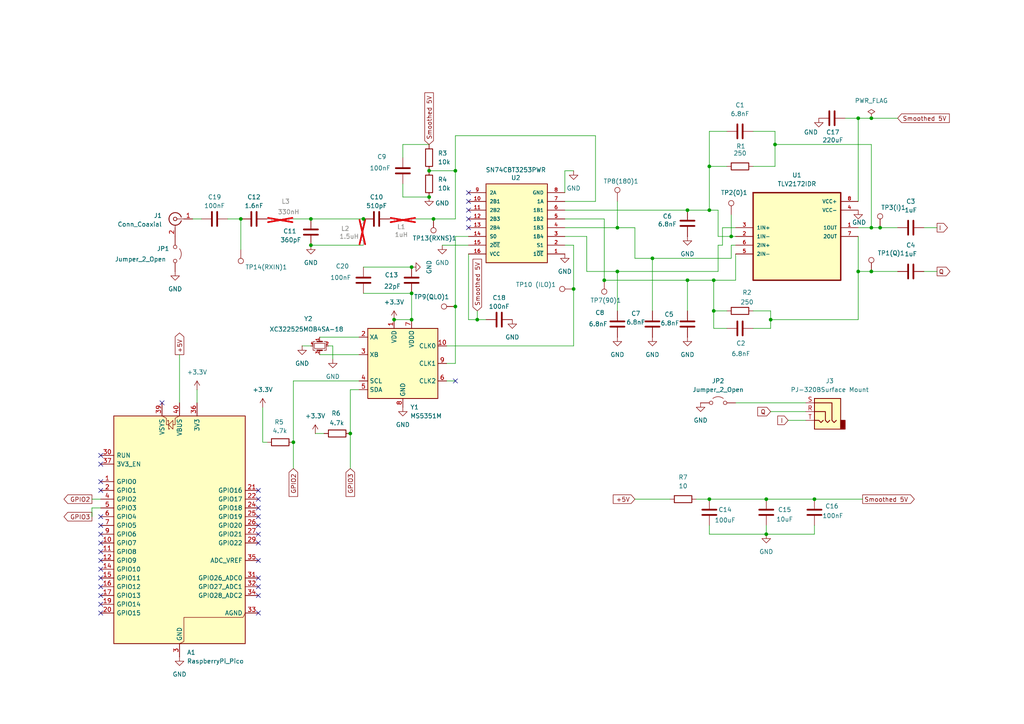
<source format=kicad_sch>
(kicad_sch (version 20250114) (generator "eeschema") (generator_version "9.0")
  (paper "A4")
  (lib_symbols
    (symbol "Connector:Conn_Coaxial" (pin_names (offset 1.016) (hide yes))
      (property "Reference" "J" (at 0.254 3.048 0))
      (property "Value" "Conn_Coaxial" (at 2.921 0 90))
      (symbol "Conn_Coaxial_0_1"
        (polyline (pts (xy -2.54 0) (xy -0.508 0)))
        (arc (start 1.778 0) (mid 0.222 -1.8079) (end -1.778 -0.508) (stroke (width 0.254)))
        (arc (start -1.778 0.508) (mid 0.2221 1.8084) (end 1.778 0) (stroke (width 0.254)))
        (circle (center 0 0) (radius 0.508) (stroke (width 0.2032)))
        (polyline (pts (xy 0 -2.54) (xy 0 -1.778)))
      )
      (symbol "Conn_Coaxial_1_1"
        (pin passive line (at -5.08 0 0) (length 2.54) (name "In") (number "1"))
        (pin passive line (at 0 -5.08 90) (length 2.54) (name "Ext") (number "2"))
      )
    )
    (symbol "Connector:TestPoint" (pin_numbers (hide yes)) (pin_names (offset 0.762) (hide yes))
      (property "Reference" "TP" (at 0 6.858 0))
      (property "Value" "TestPoint" (at 0 5.08 0))
      (symbol "TestPoint_0_1"
        (circle (center 0 3.302) (radius 0.762))
      )
      (symbol "TestPoint_1_1"
        (pin passive line (at 0 0 90) (length 2.54) (name "1") (number "1"))
      )
    )
    (symbol "Connector_Audio:AudioJack3"
      (property "Reference" "J" (at 0 8.89 0))
      (property "Value" "AudioJack3" (at 0 6.35 0))
      (symbol "AudioJack3_0_1"
        (rectangle (start -5.08 -5.08) (end -6.35 -2.54) (stroke (width 0.254)) (fill (type outline)))
        (polyline (pts (xy -1.905 -2.54) (xy -1.27 -3.175) (xy -0.635 -2.54) (xy -0.635 0) (xy 2.54 0)) (stroke (width 0.254)))
        (polyline (pts (xy 0 -2.54) (xy 0.635 -3.175) (xy 1.27 -2.54) (xy 2.54 -2.54)) (stroke (width 0.254)))
        (rectangle (start 2.54 3.81) (end -5.08 -5.08) (stroke (width 0.254)) (fill (type background)))
        (polyline (pts (xy 2.54 2.54) (xy -2.54 2.54) (xy -2.54 -2.54) (xy -3.175 -3.175) (xy -3.81 -2.54)) (stroke (width 0.254)))
      )
      (symbol "AudioJack3_1_1"
        (pin passive line (at 5.08 2.54 180) (length 2.54) (name "~") (number "S"))
        (pin passive line (at 5.08 0 180) (length 2.54) (name "~") (number "R"))
        (pin passive line (at 5.08 -2.54 180) (length 2.54) (name "~") (number "T"))
      )
    )
    (symbol "Device:C" (pin_numbers (hide yes)) (pin_names (offset 0.254))
      (property "Reference" "C" (at 0.635 2.54 0))
      (property "Value" "C" (at 0.635 -2.54 0))
      (symbol "C_0_1"
        (polyline (pts (xy -2.032 0.762) (xy 2.032 0.762)) (stroke (width 0.508)))
        (polyline (pts (xy -2.032 -0.762) (xy 2.032 -0.762)) (stroke (width 0.508)))
      )
      (symbol "C_1_1"
        (pin passive line (at 0 3.81 270) (length 2.794) (name "~") (number "1"))
        (pin passive line (at 0 -3.81 90) (length 2.794) (name "~") (number "2"))
      )
    )
    (symbol "Device:Crystal_GND24_Small" (pin_names (offset 1.016) (hide yes))
      (property "Reference" "Y" (at 1.27 4.445 0))
      (property "Value" "Crystal_GND24_Small" (at 1.27 2.54 0))
      (symbol "Crystal_GND24_Small_0_1"
        (polyline (pts (xy -1.27 1.27) (xy -1.27 1.905) (xy 1.27 1.905) (xy 1.27 1.27)))
        (polyline (pts (xy -1.27 -0.762) (xy -1.27 0.762)) (stroke (width 0.381)))
        (polyline (pts (xy -1.27 -1.27) (xy -1.27 -1.905) (xy 1.27 -1.905) (xy 1.27 -1.27)))
        (rectangle (start -0.762 -1.524) (end 0.762 1.524))
        (polyline (pts (xy 1.27 -0.762) (xy 1.27 0.762)) (stroke (width 0.381)))
      )
      (symbol "Crystal_GND24_Small_1_1"
        (pin passive line (at -2.54 0 0) (length 1.27) (name "1") (number "1"))
        (pin passive line (at 0 2.54 270) (length 0.635) (name "4") (number "4"))
        (pin passive line (at 0 -2.54 90) (length 0.635) (name "2") (number "2"))
        (pin passive line (at 2.54 0 180) (length 1.27) (name "3") (number "3"))
      )
    )
    (symbol "Device:L" (pin_numbers (hide yes)) (pin_names (offset 1.016) (hide yes))
      (property "Reference" "L" (at -1.27 0 90))
      (property "Value" "L" (at 1.905 0 90))
      (symbol "L_0_1"
        (arc (start 0 2.54) (mid 0.6323 1.905) (end 0 1.27))
        (arc (start 0 1.27) (mid 0.6323 0.635) (end 0 0))
        (arc (start 0 0) (mid 0.6323 -0.635) (end 0 -1.27))
        (arc (start 0 -1.27) (mid 0.6323 -1.905) (end 0 -2.54))
      )
      (symbol "L_1_1"
        (pin passive line (at 0 3.81 270) (length 1.27) (name "1") (number "1"))
        (pin passive line (at 0 -3.81 90) (length 1.27) (name "2") (number "2"))
      )
    )
    (symbol "Device:R" (pin_numbers (hide yes)) (pin_names (offset 0))
      (property "Reference" "R" (at 2.032 0 90))
      (property "Value" "R" (at 0 0 90))
      (symbol "R_0_1"
        (rectangle (start -1.016 -2.54) (end 1.016 2.54) (stroke (width 0.254)))
      )
      (symbol "R_1_1"
        (pin passive line (at 0 3.81 270) (length 1.27) (name "~") (number "1"))
        (pin passive line (at 0 -3.81 90) (length 1.27) (name "~") (number "2"))
      )
    )
    (symbol "Jumper:Jumper_2_Open" (pin_numbers (hide yes)) (pin_names (offset 0) (hide yes))
      (property "Reference" "JP" (at 0 2.794 0))
      (property "Value" "Jumper_2_Open" (at 0 -2.286 0))
      (symbol "Jumper_2_Open_0_0"
        (circle (center -2.032 0) (radius 0.508))
        (circle (center 2.032 0) (radius 0.508))
      )
      (symbol "Jumper_2_Open_0_1"
        (arc (start -1.524 1.27) (mid 0 1.778) (end 1.524 1.27))
      )
      (symbol "Jumper_2_Open_1_1"
        (pin passive line (at -5.08 0 0) (length 2.54) (name "A") (number "1"))
        (pin passive line (at 5.08 0 180) (length 2.54) (name "B") (number "2"))
      )
    )
    (symbol "MCU_Module:RaspberryPi_Pico" (pin_names (offset 0.762))
      (property "Reference" "A" (at -19.05 35.56 0))
      (property "Value" "RaspberryPi_Pico" (at 7.62 35.56 0))
      (symbol "RaspberryPi_Pico_0_1"
        (rectangle (start -19.05 34.29) (end 19.05 -31.75) (stroke (width 0.254)) (fill (type background)))
        (polyline (pts (xy -5.08 34.29) (xy -3.81 33.655) (xy -3.81 31.75) (xy -3.175 31.75)))
        (polyline (pts (xy -3.429 32.766) (xy -3.429 33.02) (xy -3.175 33.02) (xy -3.175 30.48) (xy -2.921 30.48) (xy -2.921 30.734)))
        (polyline (pts (xy -3.175 31.75) (xy -1.905 33.02) (xy -1.905 30.48) (xy -3.175 31.75)))
        (polyline (pts (xy 0 34.29) (xy -1.27 33.655) (xy -1.27 31.75) (xy -1.905 31.75)))
        (polyline (pts (xy 0 -31.75) (xy 1.27 -31.115) (xy 1.27 -24.13) (xy 18.415 -24.13) (xy 19.05 -22.86)))
      )
      (symbol "RaspberryPi_Pico_1_1"
        (pin passive line (at -22.86 22.86 0) (length 3.81) (name "RUN") (number "30"))
        (pin passive line (at -22.86 20.32 0) (length 3.81) (name "3V3_EN") (number "37"))
        (pin bidirectional line (at -22.86 15.24 0) (length 3.81) (name "GPIO0") (number "1"))
        (pin bidirectional line (at -22.86 12.7 0) (length 3.81) (name "GPIO1") (number "2"))
        (pin bidirectional line (at -22.86 10.16 0) (length 3.81) (name "GPIO2") (number "4"))
        (pin bidirectional line (at -22.86 7.62 0) (length 3.81) (name "GPIO3") (number "5"))
        (pin bidirectional line (at -22.86 5.08 0) (length 3.81) (name "GPIO4") (number "6"))
        (pin bidirectional line (at -22.86 2.54 0) (length 3.81) (name "GPIO5") (number "7"))
        (pin bidirectional line (at -22.86 0 0) (length 3.81) (name "GPIO6") (number "9"))
        (pin bidirectional line (at -22.86 -2.54 0) (length 3.81) (name "GPIO7") (number "10"))
        (pin bidirectional line (at -22.86 -5.08 0) (length 3.81) (name "GPIO8") (number "11"))
        (pin bidirectional line (at -22.86 -7.62 0) (length 3.81) (name "GPIO9") (number "12"))
        (pin bidirectional line (at -22.86 -10.16 0) (length 3.81) (name "GPIO10") (number "14"))
        (pin bidirectional line (at -22.86 -12.7 0) (length 3.81) (name "GPIO11") (number "15"))
        (pin bidirectional line (at -22.86 -15.24 0) (length 3.81) (name "GPIO12") (number "16"))
        (pin bidirectional line (at -22.86 -17.78 0) (length 3.81) (name "GPIO13") (number "17"))
        (pin bidirectional line (at -22.86 -20.32 0) (length 3.81) (name "GPIO14") (number "19"))
        (pin bidirectional line (at -22.86 -22.86 0) (length 3.81) (name "GPIO15") (number "20"))
        (pin power_in line (at -5.08 38.1 270) (length 3.81) (name "VSYS") (number "39"))
        (pin power_out line (at 0 38.1 270) (length 3.81) (name "VBUS") (number "40"))
        (pin passive line (at 0 -35.56 90) (length 3.81) (hide yes) (name "GND") (number "13"))
        (pin passive line (at 0 -35.56 90) (length 3.81) (hide yes) (name "GND") (number "18"))
        (pin passive line (at 0 -35.56 90) (length 3.81) (hide yes) (name "GND") (number "23"))
        (pin passive line (at 0 -35.56 90) (length 3.81) (hide yes) (name "GND") (number "28"))
        (pin power_out line (at 0 -35.56 90) (length 3.81) (name "GND") (number "3"))
        (pin passive line (at 0 -35.56 90) (length 3.81) (hide yes) (name "GND") (number "38"))
        (pin passive line (at 0 -35.56 90) (length 3.81) (hide yes) (name "GND") (number "8"))
        (pin power_out line (at 5.08 38.1 270) (length 3.81) (name "3V3") (number "36"))
        (pin bidirectional line (at 22.86 12.7 180) (length 3.81) (name "GPIO16") (number "21"))
        (pin bidirectional line (at 22.86 10.16 180) (length 3.81) (name "GPIO17") (number "22"))
        (pin bidirectional line (at 22.86 7.62 180) (length 3.81) (name "GPIO18") (number "24"))
        (pin bidirectional line (at 22.86 5.08 180) (length 3.81) (name "GPIO19") (number "25"))
        (pin bidirectional line (at 22.86 2.54 180) (length 3.81) (name "GPIO20") (number "26"))
        (pin bidirectional line (at 22.86 0 180) (length 3.81) (name "GPIO21") (number "27"))
        (pin bidirectional line (at 22.86 -2.54 180) (length 3.81) (name "GPIO22") (number "29"))
        (pin power_in line (at 22.86 -7.62 180) (length 3.81) (name "ADC_VREF") (number "35"))
        (pin bidirectional line (at 22.86 -12.7 180) (length 3.81) (name "GPIO26_ADC0") (number "31"))
        (pin bidirectional line (at 22.86 -15.24 180) (length 3.81) (name "GPIO27_ADC1") (number "32"))
        (pin bidirectional line (at 22.86 -17.78 180) (length 3.81) (name "GPIO28_ADC2") (number "34"))
        (pin power_out line (at 22.86 -22.86 180) (length 3.81) (name "AGND") (number "33"))
      )
    )
    (symbol "NE5532DR:NE5532DR" (pin_names (offset 1.016))
      (property "Reference" "U" (at -12.7 13.7 0))
      (property "Value" "NE5532DR" (at -12.7 -16.7 0))
      (symbol "NE5532DR_0_0"
        (rectangle (start -12.7 -12.7) (end 12.7 12.7) (stroke (width 0.41)) (fill (type background)))
        (pin input line (at -17.78 2.54 0) (length 5.08) (name "1IN+") (number "3"))
        (pin input line (at -17.78 0 0) (length 5.08) (name "1IN-") (number "2"))
        (pin input line (at -17.78 -2.54 0) (length 5.08) (name "2IN+") (number "6"))
        (pin input line (at -17.78 -5.08 0) (length 5.08) (name "2IN-") (number "5"))
        (pin power_in line (at 17.78 10.16 180) (length 5.08) (name "VCC+") (number "8"))
        (pin power_in line (at 17.78 7.62 180) (length 5.08) (name "VCC-") (number "4"))
        (pin output line (at 17.78 2.54 180) (length 5.08) (name "1OUT") (number "1"))
        (pin output line (at 17.78 0 180) (length 5.08) (name "2OUT") (number "7"))
      )
    )
    (symbol "Oscillator:Si5351A-B-GT"
      (property "Reference" "Y" (at -8.89 11.43 0))
      (property "Value" "Si5351A-B-GT" (at -12.7 -12.7 0))
      (symbol "Si5351A-B-GT_0_1"
        (rectangle (start -10.16 10.16) (end 10.16 -10.16) (stroke (width 0.254)) (fill (type background)))
      )
      (symbol "Si5351A-B-GT_1_1"
        (pin input line (at -12.7 7.62 0) (length 2.54) (name "XA") (number "2"))
        (pin input line (at -12.7 2.54 0) (length 2.54) (name "XB") (number "3"))
        (pin input line (at -12.7 -5.08 0) (length 2.54) (name "SCL") (number "4"))
        (pin bidirectional line (at -12.7 -7.62 0) (length 2.54) (name "SDA") (number "5"))
        (pin power_in line (at -2.54 12.7 270) (length 2.54) (name "VDD") (number "1"))
        (pin power_in line (at 0 -12.7 90) (length 2.54) (name "GND") (number "8"))
        (pin power_in line (at 2.54 12.7 270) (length 2.54) (name "VDDO") (number "7"))
        (pin output line (at 12.7 5.08 180) (length 2.54) (name "CLK0") (number "10"))
        (pin output line (at 12.7 0 180) (length 2.54) (name "CLK1") (number "9"))
        (pin output line (at 12.7 -5.08 180) (length 2.54) (name "CLK2") (number "6"))
      )
    )
    (symbol "SN74CBT3253CPWR:SN74CBT3253CPWR" (pin_names (offset 1.016))
      (property "Reference" "IC" (at 24.13 7.62 0))
      (property "Value" "SN74CBT3253CPWR" (at 24.13 5.08 0))
      (symbol "SN74CBT3253CPWR_0_0"
        (rectangle (start 5.08 -20.32) (end 22.86 2.54) (stroke (width 0.254)) (fill (type background)))
        (pin bidirectional line (at 0 0 0) (length 5.08) (name "1~{OE}") (number "1"))
        (pin bidirectional line (at 0 -2.54 0) (length 5.08) (name "S1") (number "2"))
        (pin bidirectional line (at 0 -5.08 0) (length 5.08) (name "1B4") (number "3"))
        (pin bidirectional line (at 0 -7.62 0) (length 5.08) (name "1B3") (number "4"))
        (pin bidirectional line (at 0 -10.16 0) (length 5.08) (name "1B2") (number "5"))
        (pin bidirectional line (at 0 -12.7 0) (length 5.08) (name "1B1") (number "6"))
        (pin bidirectional line (at 0 -15.24 0) (length 5.08) (name "1A") (number "7"))
        (pin bidirectional line (at 0 -17.78 0) (length 5.08) (name "GND") (number "8"))
        (pin bidirectional line (at 27.94 0 180) (length 5.08) (name "VCC") (number "16"))
        (pin bidirectional line (at 27.94 -2.54 180) (length 5.08) (name "2~{OE}") (number "15"))
        (pin bidirectional line (at 27.94 -5.08 180) (length 5.08) (name "S0") (number "14"))
        (pin bidirectional line (at 27.94 -7.62 180) (length 5.08) (name "2B4") (number "13"))
        (pin bidirectional line (at 27.94 -10.16 180) (length 5.08) (name "2B3") (number "12"))
        (pin bidirectional line (at 27.94 -12.7 180) (length 5.08) (name "2B2") (number "11"))
        (pin bidirectional line (at 27.94 -15.24 180) (length 5.08) (name "2B1") (number "10"))
        (pin bidirectional line (at 27.94 -17.78 180) (length 5.08) (name "2A") (number "9"))
      )
    )
    (symbol "power:+3.3V" (power) (pin_numbers (hide yes)) (pin_names (offset 0) (hide yes))
      (property "Value" "+3.3V" (at 0 3.556 0))
      (symbol "+3.3V_0_1"
        (polyline (pts (xy -0.762 1.27) (xy 0 2.54)))
        (polyline (pts (xy 0 2.54) (xy 0.762 1.27)))
        (polyline (pts (xy 0 0) (xy 0 2.54)))
      )
      (symbol "+3.3V_1_1"
        (pin power_in line (at 0 0 90) (length 0) (name "~") (number "1"))
      )
    )
    (symbol "power:GND" (power) (pin_numbers (hide yes)) (pin_names (offset 0) (hide yes))
      (property "Value" "GND" (at 0 -3.81 0))
      (symbol "GND_0_1"
        (polyline (pts (xy 0 0) (xy 0 -1.27) (xy 1.27 -1.27) (xy 0 -2.54) (xy -1.27 -1.27) (xy 0 -1.27)))
      )
      (symbol "GND_1_1"
        (pin power_in line (at 0 0 270) (length 0) (name "~") (number "1"))
      )
    )
    (symbol "power:PWR_FLAG" (power) (pin_numbers (hide yes)) (pin_names (offset 0) (hide yes))
      (property "Value" "PWR_FLAG" (at 0 3.81 0))
      (symbol "PWR_FLAG_0_0"
        (pin power_out line (at 0 0 90) (length 0) (name "~") (number "1"))
      )
      (symbol "PWR_FLAG_0_1"
        (polyline (pts (xy 0 0) (xy 0 1.27) (xy -1.016 1.905) (xy 0 2.54) (xy 1.016 1.905) (xy 0 1.27)))
      )
    )
  )
  (junction (at 205.74 144.78))
  (junction (at 119.38 85.09))
  (junction (at 119.38 77.47))
  (junction (at 248.92 34.29))
  (junction (at 119.38 92.71))
  (junction (at 224.79 41.91))
  (junction (at 179.07 66.04))
  (junction (at 207.01 81.28))
  (junction (at 207.01 90.17))
  (junction (at 175.26 81.28))
  (junction (at 90.17 63.5))
  (junction (at 223.52 92.71))
  (junction (at 199.39 81.28))
  (junction (at 222.25 144.78))
  (junction (at 205.74 60.96))
  (junction (at 252.73 66.04))
  (junction (at 252.73 78.74))
  (junction (at 222.25 154.94))
  (junction (at 166.37 83.82))
  (junction (at 205.74 48.26))
  (junction (at 236.22 144.78))
  (junction (at 124.46 49.53))
  (junction (at 132.08 88.9))
  (junction (at 255.27 66.04))
  (junction (at 125.73 63.5))
  (junction (at 248.92 78.74))
  (junction (at 90.17 71.12))
  (junction (at 124.46 57.15))
  (junction (at 179.07 78.74))
  (junction (at 138.43 92.71))
  (junction (at 69.85 63.5))
  (junction (at 189.23 74.93))
  (junction (at 114.3 92.71))
  (junction (at 132.08 49.53))
  (junction (at 101.6 125.73))
  (junction (at 212.09 68.58))
  (junction (at 199.39 60.96))
  (junction (at 105.41 63.5))
  (junction (at 85.09 128.27))
  (junction (at 252.73 34.29))
  (no_connect (at 29.21 157.48))
  (no_connect (at 29.21 154.94))
  (no_connect (at 135.89 63.5))
  (no_connect (at 29.21 160.02))
  (no_connect (at 135.89 60.96))
  (no_connect (at 74.93 147.32))
  (no_connect (at 29.21 152.4))
  (no_connect (at 29.21 162.56))
  (no_connect (at 29.21 134.62))
  (no_connect (at 135.89 55.88))
  (no_connect (at 74.93 152.4))
  (no_connect (at 29.21 149.86))
  (no_connect (at 29.21 177.8))
  (no_connect (at 74.93 177.8))
  (no_connect (at 74.93 157.48))
  (no_connect (at 74.93 154.94))
  (no_connect (at 74.93 142.24))
  (no_connect (at 29.21 142.24))
  (no_connect (at 74.93 144.78))
  (no_connect (at 29.21 132.08))
  (no_connect (at 29.21 170.18))
  (no_connect (at 46.99 116.84))
  (no_connect (at 74.93 167.64))
  (no_connect (at 74.93 149.86))
  (no_connect (at 74.93 172.72))
  (no_connect (at 29.21 167.64))
  (no_connect (at 135.89 66.04))
  (no_connect (at 29.21 139.7))
  (no_connect (at 74.93 170.18))
  (no_connect (at 29.21 172.72))
  (no_connect (at 29.21 175.26))
  (no_connect (at 29.21 165.1))
  (no_connect (at 74.93 162.56))
  (no_connect (at 132.08 110.49))
  (no_connect (at 135.89 58.42))
  (wire (pts (xy 205.74 38.1) (xy 205.74 48.26)))
  (wire (pts (xy 218.44 95.25) (xy 223.52 95.25)))
  (wire (pts (xy 236.22 152.4) (xy 236.22 154.94)))
  (wire (pts (xy 135.89 68.58) (xy 132.08 68.58)))
  (wire (pts (xy 26.67 147.32) (xy 29.21 147.32)))
  (wire (pts (xy 132.08 68.58) (xy 132.08 88.9)))
  (wire (pts (xy 236.22 154.94) (xy 222.25 154.94)))
  (wire (pts (xy 248.92 78.74) (xy 248.92 92.71)))
  (wire (pts (xy 85.09 135.89) (xy 85.09 128.27)))
  (wire (pts (xy 224.79 41.91) (xy 224.79 48.26)))
  (wire (pts (xy 213.36 116.84) (xy 233.68 116.84)))
  (wire (pts (xy 248.92 34.29) (xy 252.73 34.29)))
  (wire (pts (xy 166.37 83.82) (xy 166.37 71.12)))
  (wire (pts (xy 222.25 152.4) (xy 222.25 154.94)))
  (wire (pts (xy 90.17 63.5) (xy 105.41 63.5)))
  (wire (pts (xy 138.43 92.71) (xy 140.97 92.71)))
  (wire (pts (xy 125.73 63.5) (xy 132.08 63.5)))
  (wire (pts (xy 248.92 92.71) (xy 223.52 92.71)))
  (wire (pts (xy 166.37 71.12) (xy 163.83 71.12)))
  (wire (pts (xy 120.65 63.5) (xy 125.73 63.5)))
  (wire (pts (xy 101.6 113.03) (xy 101.6 125.73)))
  (wire (pts (xy 210.82 95.25) (xy 207.01 95.25)))
  (wire (pts (xy 26.67 149.86) (xy 26.67 147.32)))
  (wire (pts (xy 212.09 74.93) (xy 212.09 71.12)))
  (wire (pts (xy 105.41 77.47) (xy 119.38 77.47)))
  (wire (pts (xy 66.04 63.5) (xy 69.85 63.5)))
  (wire (pts (xy 184.15 144.78) (xy 194.31 144.78)))
  (wire (pts (xy 252.73 66.04) (xy 252.73 41.91)))
  (wire (pts (xy 267.97 66.04) (xy 271.78 66.04)))
  (wire (pts (xy 170.18 78.74) (xy 179.07 78.74)))
  (wire (pts (xy 179.07 66.04) (xy 184.15 66.04)))
  (wire (pts (xy 104.14 110.49) (xy 85.09 110.49)))
  (wire (pts (xy 96.52 100.33) (xy 95.25 100.33)))
  (wire (pts (xy 224.79 38.1) (xy 224.79 41.91)))
  (wire (pts (xy 209.55 66.04) (xy 213.36 66.04)))
  (wire (pts (xy 223.52 92.71) (xy 223.52 95.25)))
  (wire (pts (xy 199.39 60.96) (xy 205.74 60.96)))
  (wire (pts (xy 245.11 34.29) (xy 248.92 34.29)))
  (wire (pts (xy 92.71 97.79) (xy 104.14 97.79)))
  (wire (pts (xy 218.44 90.17) (xy 223.52 90.17)))
  (wire (pts (xy 175.26 63.5) (xy 175.26 81.28)))
  (wire (pts (xy 267.97 78.74) (xy 271.78 78.74)))
  (wire (pts (xy 128.27 71.12) (xy 135.89 71.12)))
  (wire (pts (xy 208.28 68.58) (xy 212.09 68.58)))
  (wire (pts (xy 212.09 71.12) (xy 213.36 71.12)))
  (wire (pts (xy 163.83 55.88) (xy 163.83 49.53)))
  (wire (pts (xy 85.09 63.5) (xy 90.17 63.5)))
  (wire (pts (xy 105.41 85.09) (xy 119.38 85.09)))
  (wire (pts (xy 166.37 100.33) (xy 166.37 83.82)))
  (wire (pts (xy 210.82 48.26) (xy 205.74 48.26)))
  (wire (pts (xy 205.74 48.26) (xy 205.74 60.96)))
  (wire (pts (xy 179.07 78.74) (xy 208.28 78.74)))
  (wire (pts (xy 92.71 102.87) (xy 104.14 102.87)))
  (wire (pts (xy 163.83 60.96) (xy 199.39 60.96)))
  (wire (pts (xy 114.3 92.71) (xy 119.38 92.71)))
  (wire (pts (xy 85.09 110.49) (xy 85.09 128.27)))
  (wire (pts (xy 205.74 152.4) (xy 205.74 154.94)))
  (wire (pts (xy 129.54 100.33) (xy 166.37 100.33)))
  (wire (pts (xy 252.73 34.29) (xy 260.35 34.29)))
  (wire (pts (xy 90.17 71.12) (xy 105.41 71.12)))
  (wire (pts (xy 132.08 88.9) (xy 132.08 105.41)))
  (wire (pts (xy 210.82 38.1) (xy 205.74 38.1)))
  (wire (pts (xy 212.09 68.58) (xy 213.36 68.58)))
  (wire (pts (xy 163.83 66.04) (xy 179.07 66.04)))
  (wire (pts (xy 228.6 121.92) (xy 233.68 121.92)))
  (wire (pts (xy 69.85 72.39) (xy 69.85 63.5)))
  (wire (pts (xy 96.52 104.14) (xy 96.52 100.33)))
  (wire (pts (xy 76.2 128.27) (xy 77.47 128.27)))
  (wire (pts (xy 179.07 58.42) (xy 179.07 66.04)))
  (wire (pts (xy 252.73 78.74) (xy 260.35 78.74)))
  (wire (pts (xy 208.28 78.74) (xy 208.28 71.12)))
  (wire (pts (xy 172.72 58.42) (xy 172.72 39.37)))
  (wire (pts (xy 189.23 74.93) (xy 212.09 74.93)))
  (wire (pts (xy 91.44 125.73) (xy 93.98 125.73)))
  (wire (pts (xy 189.23 74.93) (xy 189.23 90.17)))
  (wire (pts (xy 213.36 81.28) (xy 213.36 73.66)))
  (wire (pts (xy 132.08 49.53) (xy 132.08 63.5)))
  (wire (pts (xy 104.14 113.03) (xy 101.6 113.03)))
  (wire (pts (xy 175.26 81.28) (xy 199.39 81.28)))
  (wire (pts (xy 138.43 90.17) (xy 138.43 92.71)))
  (wire (pts (xy 119.38 85.09) (xy 119.38 92.71)))
  (wire (pts (xy 207.01 81.28) (xy 213.36 81.28)))
  (wire (pts (xy 252.73 66.04) (xy 255.27 66.04)))
  (wire (pts (xy 132.08 105.41) (xy 129.54 105.41)))
  (wire (pts (xy 170.18 68.58) (xy 170.18 78.74)))
  (wire (pts (xy 55.88 63.5) (xy 58.42 63.5)))
  (wire (pts (xy 205.74 60.96) (xy 208.28 60.96)))
  (wire (pts (xy 208.28 71.12) (xy 209.55 71.12)))
  (wire (pts (xy 57.15 116.84) (xy 57.15 113.03)))
  (wire (pts (xy 205.74 144.78) (xy 222.25 144.78)))
  (wire (pts (xy 248.92 34.29) (xy 248.92 58.42)))
  (wire (pts (xy 223.52 90.17) (xy 223.52 92.71)))
  (wire (pts (xy 101.6 135.89) (xy 101.6 125.73)))
  (wire (pts (xy 116.84 53.34) (xy 116.84 57.15)))
  (wire (pts (xy 87.63 100.33) (xy 90.17 100.33)))
  (wire (pts (xy 163.83 68.58) (xy 170.18 68.58)))
  (wire (pts (xy 135.89 92.71) (xy 138.43 92.71)))
  (wire (pts (xy 179.07 78.74) (xy 179.07 90.17)))
  (wire (pts (xy 248.92 68.58) (xy 248.92 78.74)))
  (wire (pts (xy 208.28 60.96) (xy 208.28 68.58)))
  (wire (pts (xy 248.92 66.04) (xy 252.73 66.04)))
  (wire (pts (xy 76.2 118.11) (xy 76.2 128.27)))
  (wire (pts (xy 116.84 57.15) (xy 124.46 57.15)))
  (wire (pts (xy 132.08 49.53) (xy 124.46 49.53)))
  (wire (pts (xy 218.44 48.26) (xy 224.79 48.26)))
  (wire (pts (xy 184.15 74.93) (xy 189.23 74.93)))
  (wire (pts (xy 163.83 49.53) (xy 166.37 49.53)))
  (wire (pts (xy 222.25 144.78) (xy 236.22 144.78)))
  (wire (pts (xy 116.84 45.72) (xy 116.84 41.91)))
  (wire (pts (xy 209.55 71.12) (xy 209.55 66.04)))
  (wire (pts (xy 210.82 90.17) (xy 207.01 90.17)))
  (wire (pts (xy 255.27 66.04) (xy 260.35 66.04)))
  (wire (pts (xy 201.93 144.78) (xy 205.74 144.78)))
  (wire (pts (xy 205.74 154.94) (xy 222.25 154.94)))
  (wire (pts (xy 236.22 144.78) (xy 250.19 144.78)))
  (wire (pts (xy 218.44 38.1) (xy 224.79 38.1)))
  (wire (pts (xy 135.89 73.66) (xy 135.89 92.71)))
  (wire (pts (xy 52.07 102.87) (xy 52.07 116.84)))
  (wire (pts (xy 207.01 81.28) (xy 207.01 90.17)))
  (wire (pts (xy 132.08 110.49) (xy 129.54 110.49)))
  (wire (pts (xy 116.84 41.91) (xy 124.46 41.91)))
  (wire (pts (xy 26.67 144.78) (xy 29.21 144.78)))
  (wire (pts (xy 199.39 81.28) (xy 199.39 90.17)))
  (wire (pts (xy 184.15 74.93) (xy 184.15 66.04)))
  (wire (pts (xy 223.52 119.38) (xy 233.68 119.38)))
  (wire (pts (xy 248.92 78.74) (xy 252.73 78.74)))
  (wire (pts (xy 199.39 81.28) (xy 207.01 81.28)))
  (wire (pts (xy 212.09 62.23) (xy 212.09 68.58)))
  (wire (pts (xy 207.01 90.17) (xy 207.01 95.25)))
  (wire (pts (xy 163.83 58.42) (xy 172.72 58.42)))
  (wire (pts (xy 252.73 41.91) (xy 224.79 41.91)))
  (wire (pts (xy 163.83 63.5) (xy 175.26 63.5)))
  (wire (pts (xy 172.72 39.37) (xy 132.08 39.37)))
  (wire (pts (xy 132.08 39.37) (xy 132.08 49.53)))
  (global_label "Smoothed 5V" (shape output) (at 250.19 144.78 0) (property "Intersheetrefs" "${INTERSHEET_REFS}" (effects (hide yes))))
  (global_label "+5V" (shape output) (at 52.07 102.87 90) (property "Intersheetrefs" "${INTERSHEET_REFS}" (effects (hide yes))))
  (global_label "Q" (shape input) (at 223.52 119.38 180) (property "Intersheetrefs" "${INTERSHEET_REFS}" (effects (hide yes))))
  (global_label "GPIO3" (shape output) (at 26.67 149.86 180) (property "Intersheetrefs" "${INTERSHEET_REFS}" (effects (hide yes))))
  (global_label "Smoothed 5V" (shape input) (at 138.43 90.17 90) (property "Intersheetrefs" "${INTERSHEET_REFS}" (effects (hide yes))))
  (global_label "+5V" (shape input) (at 184.15 144.78 180) (property "Intersheetrefs" "${INTERSHEET_REFS}" (effects (hide yes))))
  (global_label "I" (shape output) (at 271.78 66.04 0) (property "Intersheetrefs" "${INTERSHEET_REFS}" (effects (hide yes))))
  (global_label "Q" (shape output) (at 271.78 78.74 0) (property "Intersheetrefs" "${INTERSHEET_REFS}" (effects (hide yes))))
  (global_label "Smoothed 5V" (shape input) (at 124.46 41.91 90) (property "Intersheetrefs" "${INTERSHEET_REFS}" (effects (hide yes))))
  (global_label "Smoothed 5V" (shape input) (at 260.35 34.29 0) (property "Intersheetrefs" "${INTERSHEET_REFS}" (effects (hide yes))))
  (global_label "GPIO2" (shape output) (at 26.67 144.78 180) (property "Intersheetrefs" "${INTERSHEET_REFS}" (effects (hide yes))))
  (global_label "GPIO3" (shape input) (at 101.6 135.89 270) (property "Intersheetrefs" "${INTERSHEET_REFS}" (effects (hide yes))))
  (global_label "I" (shape input) (at 228.6 121.92 180) (property "Intersheetrefs" "${INTERSHEET_REFS}" (effects (hide yes))))
  (global_label "GPIO2" (shape input) (at 85.09 135.89 270) (property "Intersheetrefs" "${INTERSHEET_REFS}" (effects (hide yes))))
  (symbol (lib_id "power:GND") (at 248.92 60.96 0) (unit 1)
    (property "Reference" "#PWR016" (effects (hide yes)))
    (property "Value" "GND" (at 249.174 64.516 0))
    (property "Description" "Power symbol creates a global label with name \"GND\" , ground" (effects (hide yes)))
  )
  (symbol (lib_id "Device:R") (at 124.46 53.34 180) (unit 1)
    (property "Reference" "R4" (at 127 52.0699 0) (effects (justify right)))
    (property "Value" "10k" (at 127 54.6099 0) (effects (justify right)))
    (property "Footprint" "Resistor_SMD:R_0805_2012Metric" (effects (hide yes)))
    (property "Datasheet" "https://jlcpcb.com/api/file/downloadByFileSystemAccessId/8562006748401074176" (effects (hide yes)))
    (property "JLCPCB" "C17414" (effects (hide yes)))
  )
  (symbol (lib_id "Connector:Conn_Coaxial") (at 50.8 63.5 0) (mirror y) (unit 1)
    (property "Reference" "J1" (at 46.99 62.5231 0) (effects (justify left)))
    (property "Value" "Conn_Coaxial" (at 46.99 65.0631 0) (effects (justify left)))
    (property "Footprint" "Connector_Coaxial:BNC_TEConnectivity_1478204_Vertical" (effects (hide yes)))
    (property "Description" "coaxial connector (BNC, SMA, SMB, SMC, Cinch/RCA, LEMO, ...)" (effects (hide yes)))
  )
  (symbol (lib_id "Connector_Audio:AudioJack3") (at 238.76 119.38 0) (mirror y) (unit 1)
    (property "Reference" "J3" (at 240.665 110.49 0))
    (property "Value" "PJ-320BSurface Mount" (at 240.665 113.03 0))
    (property "Footprint" "Connector_Audio:Jack_3.5mm_CUI_SJ-3523-SMT_Horizontal" (effects (hide yes)))
    (property "Datasheet" "https://jlcpcb.com/api/file/downloadByFileSystemAccessId/8588905448926167040" (effects (hide yes)))
    (property "Description" "Audio Jack, 3 Poles (Stereo / TRS)" (effects (hide yes)))
    (property "JLCPCB" " C18594" (effects (hide yes)))
  )
  (symbol (lib_id "Device:C") (at 189.23 93.98 180) (unit 1)
    (property "Reference" "C7" (at 184.404 90.932 0))
    (property "Value" "6.8nF" (at 184.404 93.472 0))
    (property "Footprint" "Capacitor_SMD:C_0603_1608Metric" (effects (hide yes)))
    (property "Datasheet" "https://jlcpcb.com/api/file/downloadByFileSystemAccessId/8579707024869298176" (effects (hide yes)))
    (property "JLCPCB" " C1631" (effects (hide yes)))
  )
  (symbol (lib_id "Device:C") (at 105.41 81.28 180) (unit 1)
    (property "Reference" "C20" (at 99.314 77.216 0))
    (property "Value" "100nF" (at 98.806 80.518 0))
    (property "Footprint" "Capacitor_SMD:C_0805_2012Metric" (effects (hide yes)))
    (property "Datasheet" "https://jlcpcb.com/api/file/downloadByFileSystemAccessId/8579706882463744000" (effects (hide yes)))
    (property "JLCPCB" "C49678" (effects (hide yes)))
  )
  (symbol (lib_id "Connector:TestPoint") (at 179.07 58.42 0) (unit 1)
    (property "Reference" "TP8(180)1" (at 175.006 52.578 0) (effects (justify left)))
    (property "Value" "TestPoint" (effects (hide yes)))
    (property "Footprint" "TestPoint:TestPoint_THTPad_2.0x2.0mm_Drill1.0mm" (effects (hide yes)))
    (property "Description" "test point" (effects (hide yes)))
  )
  (symbol (lib_id "power:GND") (at 199.39 68.58 0) (unit 1)
    (property "Reference" "#PWR02" (effects (hide yes)))
    (property "Value" "GND" (at 199.39 73.66 0))
    (property "Description" "Power symbol creates a global label with name \"GND\" , ground" (effects (hide yes)))
  )
  (symbol (lib_id "Device:C") (at 214.63 95.25 270) (unit 1)
    (property "Reference" "C2" (at 214.884 99.568 90))
    (property "Value" "6.8nF" (at 214.884 102.616 90))
    (property "Footprint" "Capacitor_SMD:C_0603_1608Metric" (effects (hide yes)))
    (property "Datasheet" "https://jlcpcb.com/api/file/downloadByFileSystemAccessId/8579707024869298176" (effects (hide yes)))
    (property "JLCPCB" " C1631" (effects (hide yes)))
  )
  (symbol (lib_id "power:GND") (at 52.07 190.5 0) (unit 1)
    (property "Reference" "#PWR022" (effects (hide yes)))
    (property "Value" "GND" (at 52.07 195.58 0))
    (property "Description" "Power symbol creates a global label with name \"GND\" , ground" (effects (hide yes)))
  )
  (symbol (lib_id "Device:C") (at 199.39 93.98 180) (unit 1)
    (property "Reference" "C5" (at 194.056 91.186 0))
    (property "Value" "6.8nF" (at 194.31 93.726 0))
    (property "Footprint" "Capacitor_SMD:C_0603_1608Metric" (effects (hide yes)))
    (property "Datasheet" "https://jlcpcb.com/api/file/downloadByFileSystemAccessId/8579707024869298176" (effects (hide yes)))
    (property "JLCPCB" " C1631" (effects (hide yes)))
  )
  (symbol (lib_id "Device:C") (at 214.63 38.1 270) (unit 1)
    (property "Reference" "C1" (at 214.63 30.48 90))
    (property "Value" "6.8nF" (at 214.63 33.02 90))
    (property "Footprint" "Capacitor_SMD:C_0603_1608Metric" (effects (hide yes)))
    (property "Datasheet" "https://jlcpcb.com/api/file/downloadByFileSystemAccessId/8579707024869298176" (effects (hide yes)))
    (property "JLCPCB" " C1631" (effects (hide yes)))
  )
  (symbol (lib_id "Device:C") (at 264.16 66.04 270) (unit 1)
    (property "Reference" "C3" (at 264.16 58.42 90))
    (property "Value" "1uF" (at 264.16 60.96 90))
    (property "Footprint" "Capacitor_SMD:C_0805_2012Metric" (effects (hide yes)))
    (property "Datasheet" "https://jlcpcb.com/api/file/downloadByFileSystemAccessId/8579706862004473856" (effects (hide yes)))
    (property "JLCPCB" "C28323" (effects (hide yes)))
  )
  (symbol (lib_id "Device:C") (at 73.66 63.5 90) (unit 1)
    (property "Reference" "C12" (at 73.66 57.15 90))
    (property "Value" "1.6nF" (at 73.66 59.69 90))
    (property "Footprint" "Capacitor_SMD:C_0603_1608Metric" (effects (hide yes)))
    (property "Datasheet" "https://jlcpcb.com/api/file/downloadByFileSystemAccessId/8588894504548249600" (effects (hide yes)))
    (property "JLCPCB" "C437532" (effects (hide yes)))
  )
  (symbol (lib_id "power:GND") (at 166.37 49.53 0) (unit 1)
    (property "Reference" "#PWR024" (effects (hide yes)))
    (property "Value" "GND" (at 166.37 54.61 0))
    (property "Description" "Power symbol creates a global label with name \"GND\" , ground" (effects (hide yes)))
  )
  (symbol (lib_id "power:GND") (at 203.2 116.84 0) (unit 1)
    (property "Reference" "#PWR08" (effects (hide yes)))
    (property "Value" "GND" (at 203.2 121.92 0))
    (property "Description" "Power symbol creates a global label with name \"GND\" , ground" (effects (hide yes)))
  )
  (symbol (lib_id "power:GND") (at 116.84 118.11 0) (unit 1)
    (property "Reference" "#PWR010" (effects (hide yes)))
    (property "Value" "GND" (at 116.84 123.19 0))
    (property "Description" "Power symbol creates a global label with name \"GND\" , ground" (effects (hide yes)))
  )
  (symbol (lib_id "Connector:TestPoint") (at 212.09 62.23 0) (unit 1)
    (property "Reference" "TP2(0)1" (at 209.042 55.88 0) (effects (justify left)))
    (property "Value" "TestPoint" (effects (hide yes)))
    (property "Footprint" "TestPoint:TestPoint_THTPad_2.0x2.0mm_Drill1.0mm" (effects (hide yes)))
    (property "Description" "test point" (effects (hide yes)))
  )
  (symbol (lib_id "power:+3.3V") (at 114.3 92.71 0) (unit 1)
    (property "Reference" "#PWR01" (effects (hide yes)))
    (property "Value" "+3.3V" (at 114.3 87.63 0))
    (property "Description" "Power symbol creates a global label with name \"+3.3V\"" (effects (hide yes)))
  )
  (symbol (lib_id "Device:R") (at 81.28 128.27 270) (unit 1)
    (property "Reference" "R5" (at 82.296 122.428 90) (effects (justify right)))
    (property "Value" "4.7k" (at 83.312 124.968 90) (effects (justify right)))
    (property "Footprint" "Resistor_SMD:R_0805_2012Metric" (effects (hide yes)))
    (property "Datasheet" "https://jlcpcb.com/api/file/downloadByFileSystemAccessId/8579706611944128512" (effects (hide yes)))
    (property "JLCPCB" "C17673" (effects (hide yes)))
  )
  (symbol (lib_id "power:GND") (at 128.27 71.12 0) (unit 1)
    (property "Reference" "#PWR018" (effects (hide yes)))
    (property "Value" "GND" (at 128.27 76.2 0))
    (property "Description" "Power symbol creates a global label with name \"GND\" , ground" (effects (hide yes)))
  )
  (symbol (lib_id "power:+3.3V") (at 57.15 113.03 0) (unit 1)
    (property "Reference" "#PWR014" (effects (hide yes)))
    (property "Value" "+3.3V" (at 57.15 107.95 0))
    (property "Description" "Power symbol creates a global label with name \"+3.3V\"" (effects (hide yes)))
  )
  (symbol (lib_id "Jumper:Jumper_2_Open") (at 50.8 73.66 270) (unit 1)
    (property "Reference" "JP1" (at 45.466 72.136 90) (effects (justify left)))
    (property "Value" "Jumper_2_Open" (at 33.274 75.184 90) (effects (justify left)))
    (property "Footprint" "Jumper:SolderJumper-2_P1.3mm_Open_Pad1.0x1.5mm" (effects (hide yes)))
    (property "Description" "Jumper, 2-pole, open" (effects (hide yes)))
  )
  (symbol (lib_id "power:GND") (at 148.59 92.71 0) (unit 1)
    (property "Reference" "#PWR013" (effects (hide yes)))
    (property "Value" "GND" (at 148.59 97.79 0))
    (property "Description" "Power symbol creates a global label with name \"GND\" , ground" (effects (hide yes)))
  )
  (symbol (lib_id "Connector:TestPoint") (at 166.37 83.82 90) (unit 1)
    (property "Reference" "TP10 (ILO)1" (at 161.29 82.55 90) (effects (justify left)))
    (property "Value" "TestPoint" (effects (hide yes)))
    (property "Footprint" "TestPoint:TestPoint_THTPad_2.0x2.0mm_Drill1.0mm" (effects (hide yes)))
    (property "Description" "test point" (effects (hide yes)))
  )
  (symbol (lib_id "Device:C") (at 236.22 148.59 0) (unit 1)
    (property "Reference" "C16" (at 241.3 146.812 0))
    (property "Value" "100nF" (at 241.554 149.606 0))
    (property "Footprint" "Capacitor_SMD:C_0805_2012Metric" (effects (hide yes)))
    (property "Datasheet" "https://jlcpcb.com/api/file/downloadByFileSystemAccessId/8579706882463744000" (effects (hide yes)))
    (property "JLCPCB" "C49678" (effects (hide yes)))
  )
  (symbol (lib_id "Device:C") (at 222.25 148.59 0) (unit 1)
    (property "Reference" "C15" (at 227.584 147.828 0))
    (property "Value" "10uF" (at 227.584 150.622 0))
    (property "Footprint" "Capacitor_SMD:C_0805_2012Metric" (effects (hide yes)))
    (property "Datasheet" "https://jlcpcb.com/api/file/downloadByFileSystemAccessId/8588884955182718976" (effects (hide yes)))
    (property "JLCPCB" "C440198" (effects (hide yes)))
  )
  (symbol (lib_id "Device:C") (at 241.3 34.29 270) (unit 1)
    (property "Reference" "C17" (at 241.554 38.354 90))
    (property "Value" "220uF" (at 241.554 40.64 90))
    (property "Footprint" "Capacitor_SMD:CP_Elec_6.3x5.4" (effects (hide yes)))
    (property "Datasheet" "https://jlcpcb.com/api/file/downloadByFileSystemAccessId/8588934389539880960" (effects (hide yes)))
    (property "JLCPCB" "C32514" (effects (hide yes)))
  )
  (symbol (lib_id "Device:C") (at 116.84 49.53 180) (unit 1)
    (property "Reference" "C9" (at 110.744 45.466 0))
    (property "Value" "100nF" (at 110.236 48.768 0))
    (property "Footprint" "Capacitor_SMD:C_0805_2012Metric" (effects (hide yes)))
    (property "Datasheet" "https://jlcpcb.com/api/file/downloadByFileSystemAccessId/8579706882463744000" (effects (hide yes)))
    (property "JLCPCB" "C49678" (effects (hide yes)))
  )
  (symbol (lib_id "Device:L") (at 105.41 67.31 0) (mirror y) (unit 1) (dnp yes)
    (property "Reference" "L2" (at 101.346 66.294 0) (effects (justify left)))
    (property "Value" "1.5uH" (at 104.14 68.5799 0) (effects (justify left)))
    (property "Footprint" "Inductor_THT:L_Toroid_Horizontal_D9.5mm_P15.00mm_Diameter10-5mm_Amidon-T37" (effects (hide yes)))
    (property "Description" "Inductor" (effects (hide yes)))
  )
  (symbol (lib_id "Device:C") (at 109.22 63.5 90) (unit 1)
    (property "Reference" "C10" (at 109.22 57.15 90))
    (property "Value" "510pF" (at 109.22 59.69 90))
    (property "Footprint" "Capacitor_SMD:C_0805_2012Metric" (effects (hide yes)))
    (property "Datasheet" "https://jlcpcb.com/api/file/downloadByFileSystemAccessId/8588948131823804416" (effects (hide yes)))
    (property "JLCPCB" "C309486" (effects (hide yes)))
  )
  (symbol (lib_id "Device:C") (at 144.78 92.71 90) (unit 1)
    (property "Reference" "C18" (at 144.78 86.36 90))
    (property "Value" "100nF" (at 144.78 88.9 90))
    (property "Footprint" "Capacitor_SMD:C_0805_2012Metric" (effects (hide yes)))
    (property "Datasheet" "https://jlcpcb.com/api/file/downloadByFileSystemAccessId/8579706882463744000" (effects (hide yes)))
    (property "JLCPCB" "C49678" (effects (hide yes)))
  )
  (symbol (lib_id "power:GND") (at 124.46 57.15 0) (unit 1)
    (property "Reference" "#PWR06" (effects (hide yes)))
    (property "Value" "GND" (at 128.27 58.928 0))
    (property "Description" "Power symbol creates a global label with name \"GND\" , ground" (effects (hide yes)))
  )
  (symbol (lib_id "power:GND") (at 90.17 71.12 0) (unit 1)
    (property "Reference" "#PWR07" (effects (hide yes)))
    (property "Value" "GND" (at 90.17 76.2 0))
    (property "Description" "Power symbol creates a global label with name \"GND\" , ground" (effects (hide yes)))
  )
  (symbol (lib_id "Jumper:Jumper_2_Open") (at 208.28 116.84 0) (unit 1)
    (property "Reference" "JP2" (at 208.28 110.49 0))
    (property "Value" "Jumper_2_Open" (at 208.28 113.03 0))
    (property "Footprint" "Jumper:SolderJumper-2_P1.3mm_Open_Pad1.0x1.5mm" (effects (hide yes)))
    (property "Description" "Jumper, 2-pole, open" (effects (hide yes)))
  )
  (symbol (lib_id "Device:C") (at 199.39 64.77 180) (unit 1)
    (property "Reference" "C6" (at 193.548 62.738 0))
    (property "Value" "6.8nF" (at 193.548 65.024 0))
    (property "Footprint" "Capacitor_SMD:C_0603_1608Metric" (effects (hide yes)))
    (property "Datasheet" "https://jlcpcb.com/api/file/downloadByFileSystemAccessId/8579707024869298176" (effects (hide yes)))
    (property "JLCPCB" " C1631" (effects (hide yes)))
  )
  (symbol (lib_id "power:+3.3V") (at 76.2 118.11 0) (unit 1)
    (property "Reference" "#PWR019" (effects (hide yes)))
    (property "Value" "+3.3V" (at 76.2 113.03 0))
    (property "Description" "Power symbol creates a global label with name \"+3.3V\"" (effects (hide yes)))
  )
  (symbol (lib_id "Device:C") (at 62.23 63.5 90) (unit 1)
    (property "Reference" "C19" (at 62.23 57.15 90))
    (property "Value" "100nF" (at 62.23 59.69 90))
    (property "Footprint" "Capacitor_SMD:C_0805_2012Metric" (effects (hide yes)))
    (property "Datasheet" "https://jlcpcb.com/api/file/downloadByFileSystemAccessId/8579706882463744000" (effects (hide yes)))
    (property "JLCPCB" "C49678" (effects (hide yes)))
  )
  (symbol (lib_id "Device:R") (at 198.12 144.78 90) (unit 1)
    (property "Reference" "R7" (at 198.12 138.43 90))
    (property "Value" "10" (at 198.12 140.97 90))
    (property "Footprint" "Resistor_SMD:R_0805_2012Metric" (effects (hide yes)))
    (property "Datasheet" "https://jlcpcb.com/api/file/downloadByFileSystemAccessId/8579706465275133952" (effects (hide yes)))
    (property "JLCPCB" " C17415" (effects (hide yes)))
  )
  (symbol (lib_id "power:GND") (at 189.23 97.79 0) (unit 1)
    (property "Reference" "#PWR04" (effects (hide yes)))
    (property "Value" "GND" (at 189.23 102.87 0))
    (property "Description" "Power symbol creates a global label with name \"GND\" , ground" (effects (hide yes)))
  )
  (symbol (lib_id "Device:R") (at 124.46 45.72 180) (unit 1)
    (property "Reference" "R3" (at 127 44.4499 0) (effects (justify right)))
    (property "Value" "10k" (at 127 46.9899 0) (effects (justify right)))
    (property "Footprint" "Resistor_SMD:R_0805_2012Metric" (effects (hide yes)))
    (property "Datasheet" "https://jlcpcb.com/api/file/downloadByFileSystemAccessId/8562006748401074176" (effects (hide yes)))
    (property "JLCPCB" "C17414" (effects (hide yes)))
  )
  (symbol (lib_id "Connector:TestPoint") (at 132.08 88.9 90) (unit 1)
    (property "Reference" "TP9(QLO)1" (at 130.302 86.106 90) (effects (justify left)))
    (property "Value" "TestPoint" (effects (hide yes)))
    (property "Footprint" "TestPoint:TestPoint_THTPad_2.0x2.0mm_Drill1.0mm" (effects (hide yes)))
    (property "Description" "test point" (effects (hide yes)))
  )
  (symbol (lib_id "power:GND") (at 163.83 73.66 0) (unit 1)
    (property "Reference" "#PWR023" (effects (hide yes)))
    (property "Value" "GND" (at 163.83 78.74 0))
    (property "Description" "Power symbol creates a global label with name \"GND\" , ground" (effects (hide yes)))
  )
  (symbol (lib_id "Device:R") (at 214.63 48.26 270) (unit 1)
    (property "Reference" "R1" (at 214.884 42.418 90))
    (property "Value" "250" (at 214.63 44.45 90))
    (property "Footprint" "Resistor_SMD:R_0805_2012Metric" (effects (hide yes)))
    (property "Datasheet" "https://jlcpcb.com/api/file/downloadByFileSystemAccessId/8588903251990863872" (effects (hide yes)))
    (property "JLCPCB" "C2828827" (effects (hide yes)))
  )
  (symbol (lib_id "Device:R") (at 97.79 125.73 270) (unit 1)
    (property "Reference" "R6" (at 98.806 119.888 90) (effects (justify right)))
    (property "Value" "4.7k" (at 99.822 122.682 90) (effects (justify right)))
    (property "Footprint" "Resistor_SMD:R_0805_2012Metric" (effects (hide yes)))
    (property "Datasheet" "https://jlcpcb.com/api/file/downloadByFileSystemAccessId/8579706611944128512" (effects (hide yes)))
    (property "JLCPCB" "C17673" (effects (hide yes)))
  )
  (symbol (lib_id "power:GND") (at 179.07 97.79 0) (unit 1)
    (property "Reference" "#PWR05" (effects (hide yes)))
    (property "Value" "GND" (at 179.07 102.87 0))
    (property "Description" "Power symbol creates a global label with name \"GND\" , ground" (effects (hide yes)))
  )
  (symbol (lib_id "power:GND") (at 237.49 34.29 0) (unit 1)
    (property "Reference" "#PWR017" (effects (hide yes)))
    (property "Value" "GND" (at 235.204 38.354 0))
    (property "Description" "Power symbol creates a global label with name \"GND\" , ground" (effects (hide yes)))
  )
  (symbol (lib_id "Device:Crystal_GND24_Small") (at 92.71 100.33 90) (mirror x) (unit 1)
    (property "Reference" "Y2" (at 89.408 92.456 90))
    (property "Value" "XC322525MOB4SA-18" (at 88.9 95.504 90))
    (property "Footprint" "Crystal:Crystal_SMD_TXC_7M-4Pin_3.2x2.5mm" (effects (hide yes)))
    (property "Datasheet" "https://jlcpcb.com/api/file/downloadByFileSystemAccessId/8589835682182168576" (effects (hide yes)))
    (property "JLCPCB" " C3294350" (effects (hide yes)))
  )
  (symbol (lib_id "Device:L") (at 81.28 63.5 90) (mirror x) (unit 1) (dnp yes)
    (property "Reference" "L3" (at 84.074 58.42 90) (effects (justify left)))
    (property "Value" "330nH" (at 86.868 61.468 90) (effects (justify left)))
    (property "Footprint" "Inductor_THT:L_Toroid_Horizontal_D9.5mm_P15.00mm_Diameter10-5mm_Amidon-T37" (effects (hide yes)))
    (property "Description" "Inductor" (effects (hide yes)))
  )
  (symbol (lib_id "Connector:TestPoint") (at 125.73 63.5 0) (mirror x) (unit 1)
    (property "Reference" "TP13(RXNS)1" (at 119.634 69.088 0) (effects (justify left)))
    (property "Value" "TestPoint" (effects (hide yes)))
    (property "Footprint" "TestPoint:TestPoint_THTPad_2.0x2.0mm_Drill1.0mm" (effects (hide yes)))
    (property "Description" "test point" (effects (hide yes)))
  )
  (symbol (lib_id "power:GND") (at 50.8 78.74 0) (unit 1)
    (property "Reference" "#PWR021" (effects (hide yes)))
    (property "Value" "GND" (at 50.8 83.82 0))
    (property "Description" "Power symbol creates a global label with name \"GND\" , ground" (effects (hide yes)))
  )
  (symbol (lib_id "Device:R") (at 214.63 90.17 270) (unit 1)
    (property "Reference" "R2" (at 216.662 84.836 90))
    (property "Value" "250" (at 216.662 87.63 90))
    (property "Footprint" "Resistor_SMD:R_0805_2012Metric" (effects (hide yes)))
    (property "Datasheet" "https://jlcpcb.com/api/file/downloadByFileSystemAccessId/8588903251990863872" (effects (hide yes)))
    (property "JLCPCB" "C2828827" (effects (hide yes)))
  )
  (symbol (lib_id "power:+3.3V") (at 91.44 125.73 0) (unit 1)
    (property "Reference" "#PWR020" (effects (hide yes)))
    (property "Value" "+3.3V" (at 91.44 120.65 0))
    (property "Description" "Power symbol creates a global label with name \"+3.3V\"" (effects (hide yes)))
  )
  (symbol (lib_id "NE5532DR:NE5532DR") (at 231.14 68.58 0) (unit 1)
    (property "Reference" "U1" (at 231.14 50.8 0))
    (property "Value" "TLV2172IDR" (at 231.14 53.34 0))
    (property "Footprint" "NE5532DR:SOIC127P599X175-8N" (effects (hide yes)))
    (property "Datasheet" "https://www.ti.com/lit/ds/symlink/tlv2172.pdf?HQS=dis-dk-null-digikeymode-dsf-pf-null-wwe&ts=1746587703006&ref_url=https%253A%252F%252Fwww.ti.com%252Fgeneral%252Fdocs%252Fsuppproductinfo.tsp%253FdistId%253D10%2526gotoUrl%253Dhttps%253A%252F%252Fwww.ti.com%252Flit%252Fgpn%252Ftlv2172" (effects (hide yes)))
    (property "MF" "Texas Instruments" (effects (hide yes)))
    (property "Description_1" "Dual 10pA 10V/us 10MHz SOIC-8 Operational Amplifier ROHS" (effects (hide yes)))
    (property "Package" "SOIC-8 Texas Instruments" (effects (hide yes)))
    (property "Price" "None" (effects (hide yes)))
    (property "SnapEDA_Link" "https://www.snapeda.com/parts/NE5532DR/Texas+Instruments/view-part/?ref=snap" (effects (hide yes)))
    (property "MP" "NE5532DR" (effects (hide yes)))
    (property "Availability" "In Stock" (effects (hide yes)))
    (property "Check_prices" "https://www.snapeda.com/parts/NE5532DR/Texas+Instruments/view-part/?ref=eda" (effects (hide yes)))
    (property "JLCPCB" "C129149" (effects (hide yes)))
  )
  (symbol (lib_id "power:GND") (at 87.63 100.33 0) (unit 1)
    (property "Reference" "#PWR012" (effects (hide yes)))
    (property "Value" "GND" (at 87.63 105.41 0))
    (property "Description" "Power symbol creates a global label with name \"GND\" , ground" (effects (hide yes)))
  )
  (symbol (lib_id "Connector:TestPoint") (at 252.73 78.74 0) (unit 1)
    (property "Reference" "TP1(Q)1" (at 254.508 73.406 0) (effects (justify left)))
    (property "Value" "TestPoint" (effects (hide yes)))
    (property "Footprint" "TestPoint:TestPoint_THTPad_2.0x2.0mm_Drill1.0mm" (effects (hide yes)))
    (property "Description" "test point" (effects (hide yes)))
  )
  (symbol (lib_id "power:PWR_FLAG") (at 252.73 34.29 0) (unit 1)
    (property "Reference" "#FLG03" (effects (hide yes)))
    (property "Value" "PWR_FLAG" (at 252.73 29.21 0))
    (property "Description" "Special symbol for telling ERC where power comes from" (effects (hide yes)))
  )
  (symbol (lib_id "Connector:TestPoint") (at 255.27 66.04 0) (unit 1)
    (property "Reference" "TP3(I)1" (at 255.524 60.198 0) (effects (justify left)))
    (property "Value" "TestPoint" (effects (hide yes)))
    (property "Footprint" "TestPoint:TestPoint_THTPad_2.0x2.0mm_Drill1.0mm" (effects (hide yes)))
    (property "Description" "test point" (effects (hide yes)))
  )
  (symbol (lib_id "power:GND") (at 96.52 104.14 0) (unit 1)
    (property "Reference" "#PWR011" (effects (hide yes)))
    (property "Value" "GND" (at 96.52 109.22 0))
    (property "Description" "Power symbol creates a global label with name \"GND\" , ground" (effects (hide yes)))
  )
  (symbol (lib_id "power:GND") (at 119.38 77.47 90) (unit 1)
    (property "Reference" "#PWR09" (effects (hide yes)))
    (property "Value" "GND" (at 124.46 77.47 0))
    (property "Description" "Power symbol creates a global label with name \"GND\" , ground" (effects (hide yes)))
  )
  (symbol (lib_id "Device:C") (at 205.74 148.59 0) (unit 1)
    (property "Reference" "C14" (at 210.312 147.828 0))
    (property "Value" "100uF" (at 210.312 150.876 0))
    (property "Footprint" "Capacitor_SMD:CP_Elec_5x5.4" (effects (hide yes)))
    (property "Datasheet" "https://jlcpcb.com/api/file/downloadByFileSystemAccessId/8588893304452206592" (effects (hide yes)))
    (property "JLCPCB" "C3347" (effects (hide yes)))
  )
  (symbol (lib_id "Device:C") (at 119.38 81.28 180) (unit 1)
    (property "Reference" "C13" (at 113.538 79.756 0))
    (property "Value" "22pF" (at 113.792 83.058 0))
    (property "Footprint" "Capacitor_SMD:C_0805_2012Metric" (effects (hide yes)))
    (property "Datasheet" "https://jlcpcb.com/api/file/downloadByFileSystemAccessId/8579706825211494400" (effects (hide yes)))
    (property "JLCPCB" "C1804" (effects (hide yes)))
  )
  (symbol (lib_id "power:GND") (at 222.25 154.94 0) (unit 1)
    (property "Reference" "#PWR015" (effects (hide yes)))
    (property "Value" "GND" (at 222.25 160.02 0))
    (property "Description" "Power symbol creates a global label with name \"GND\" , ground" (effects (hide yes)))
  )
  (symbol (lib_id "Device:C") (at 90.17 67.31 0) (unit 1)
    (property "Reference" "C11" (at 84.074 67.056 0))
    (property "Value" "360pF" (at 84.328 69.596 0))
    (property "Footprint" "Capacitor_SMD:C_0805_2012Metric" (effects (hide yes)))
    (property "Datasheet" "https://jlcpcb.com/api/file/downloadByFileSystemAccessId/8590904434904023040" (effects (hide yes)))
    (property "JLCPCB" " C5375895" (effects (hide yes)))
  )
  (symbol (lib_id "Device:L") (at 116.84 63.5 90) (mirror x) (unit 1) (dnp yes)
    (property "Reference" "L1" (at 117.602 65.786 90) (effects (justify left)))
    (property "Value" "1uH" (at 118.364 68.072 90) (effects (justify left)))
    (property "Footprint" "Inductor_THT:L_Toroid_Horizontal_D9.5mm_P15.00mm_Diameter10-5mm_Amidon-T37" (effects (hide yes)))
    (property "Description" "Inductor" (effects (hide yes)))
  )
  (symbol (lib_id "Device:C") (at 264.16 78.74 270) (unit 1)
    (property "Reference" "C4" (at 264.16 71.12 90))
    (property "Value" "1uF" (at 264.16 73.66 90))
    (property "Footprint" "Capacitor_SMD:C_0805_2012Metric" (effects (hide yes)))
    (property "Datasheet" "https://jlcpcb.com/api/file/downloadByFileSystemAccessId/8579706862004473856" (effects (hide yes)))
    (property "JLCPCB" "C28323" (effects (hide yes)))
  )
  (symbol (lib_id "Oscillator:Si5351A-B-GT") (at 116.84 105.41 0) (unit 1)
    (property "Reference" "Y1" (at 118.9833 118.11 0) (effects (justify left)))
    (property "Value" "MS5351M" (at 118.9833 120.65 0) (effects (justify left)))
    (property "Footprint" "Package_SO:MSOP-10_3x3mm_P0.5mm" (effects (hide yes)))
    (property "Datasheet" "https://qrp-labs.com/images/synth/ms5351m.pdf" (effects (hide yes)))
    (property "Description" "I2C 200MHz 3 MSOP-10 Clock Generators, PLLs, Frequency Synthesizers ROHS" (effects (hide yes)))
    (property "JLCPCB" "C1509083 " (effects (hide yes)))
  )
  (symbol (lib_id "power:GND") (at 199.39 97.79 0) (unit 1)
    (property "Reference" "#PWR03" (effects (hide yes)))
    (property "Value" "GND" (at 199.39 102.87 0))
    (property "Description" "Power symbol creates a global label with name \"GND\" , ground" (effects (hide yes)))
  )
  (symbol (lib_id "Connector:TestPoint") (at 69.85 72.39 0) (mirror x) (unit 1)
    (property "Reference" "TP14(RXIN)1" (at 71.12 77.47 0) (effects (justify left)))
    (property "Value" "TestPoint" (effects (hide yes)))
    (property "Footprint" "TestPoint:TestPoint_THTPad_2.0x2.0mm_Drill1.0mm" (effects (hide yes)))
    (property "Description" "test point" (effects (hide yes)))
  )
  (symbol (lib_id "Connector:TestPoint") (at 175.26 81.28 0) (mirror x) (unit 1)
    (property "Reference" "TP7(90)1" (at 171.196 87.122 0) (effects (justify left)))
    (property "Value" "TestPoint" (effects (hide yes)))
    (property "Footprint" "TestPoint:TestPoint_THTPad_2.0x2.0mm_Drill1.0mm" (effects (hide yes)))
    (property "Description" "test point" (effects (hide yes)))
  )
  (symbol (lib_id "SN74CBT3253CPWR:SN74CBT3253CPWR") (at 163.83 73.66 180) (unit 1)
    (property "Reference" "U2" (at 149.606 51.562 0))
    (property "Value" "SN74CBT3253PWR" (at 149.606 49.276 0))
    (property "Footprint" "SN74CBT3253CPWR:SOP65P640X120-16N" (effects (hide yes)))
    (property "Datasheet" "https://www.ti.com/cn/lit/ds/symlink/sn74cbt3253.pdf?ts=1746650106489" (effects (hide yes)))
    (property "MANUFACTURER_NAME" "Texas Instruments" (effects (hide yes)))
    (property "MF" "Texas Instruments" (effects (hide yes)))
    (property "MOUSER_PRICE-STOCK" "https://www.mouser.com/Search/Refine.aspx?Keyword=595-SN74CBT3253CPWR" (effects (hide yes)))
    (property "DESCRIPTION" "Dual 1-Of-4 FET Multiplexer/Demultiplexer with -2 V Undershoot-Protection" (effects (hide yes)))
    (property "MOUSER_PART_NUMBER" "595-SN74CBT3253CPWR" (effects (hide yes)))
    (property "Price" "None" (effects (hide yes)))
    (property "Check_prices" "https://www.snapeda.com/parts/SN74CBT3253CPWR/Texas+Instruments/view-part/?ref=eda" (effects (hide yes)))
    (property "HEIGHT" "1.2mm" (effects (hide yes)))
    (property "SnapEDA_Link" "https://www.snapeda.com/parts/SN74CBT3253CPWR/Texas+Instruments/view-part/?ref=snap" (effects (hide yes)))
    (property "MP" "SN74CBT3253CPWR" (effects (hide yes)))
    (property "Package" "TSSOP-16 Texas Instruments" (effects (hide yes)))
    (property "Description_1" "5-V, 4:1, 2-channel FET bus switch with –2-V undershoot protection" (effects (hide yes)))
    (property "Availability" "In Stock" (effects (hide yes)))
    (property "MANUFACTURER_PART_NUMBER" "SN74CBT3253CPWR" (effects (hide yes)))
    (property "JLPCB" "C424399" (effects (hide yes)))
  )
  (symbol (lib_id "MCU_Module:RaspberryPi_Pico") (at 52.07 154.94 0) (unit 1)
    (property "Reference" "A1" (at 54.2133 189.23 0) (effects (justify left)))
    (property "Value" "RaspberryPi_Pico" (at 54.2133 191.77 0) (effects (justify left)))
    (property "Footprint" "Module:RaspberryPi_Pico_Common_Unspecified" (effects (hide yes)))
    (property "Datasheet" "https://datasheets.raspberrypi.com/pico/pico-datasheet.pdf" (effects (hide yes)))
    (property "Description" "Versatile and inexpensive microcontroller module powered by RP2040 dual-core Arm Cortex-M0+ processor up to 133 MHz, 264kB SRAM, 2MB QSPI flash; also supports Raspberry Pi Pico 2" (effects (hide yes)))
  )
  (symbol (lib_id "Device:C") (at 179.07 93.98 180) (unit 1)
    (property "Reference" "C8" (at 173.99 90.678 0))
    (property "Value" "6.8nF" (at 173.482 93.98 0))
    (property "Footprint" "Capacitor_SMD:C_0603_1608Metric" (effects (hide yes)))
    (property "Datasheet" "https://jlcpcb.com/api/file/downloadByFileSystemAccessId/8579707024869298176" (effects (hide yes)))
    (property "JLCPCB" " C1631" (effects (hide yes)))
  )
)
</source>
